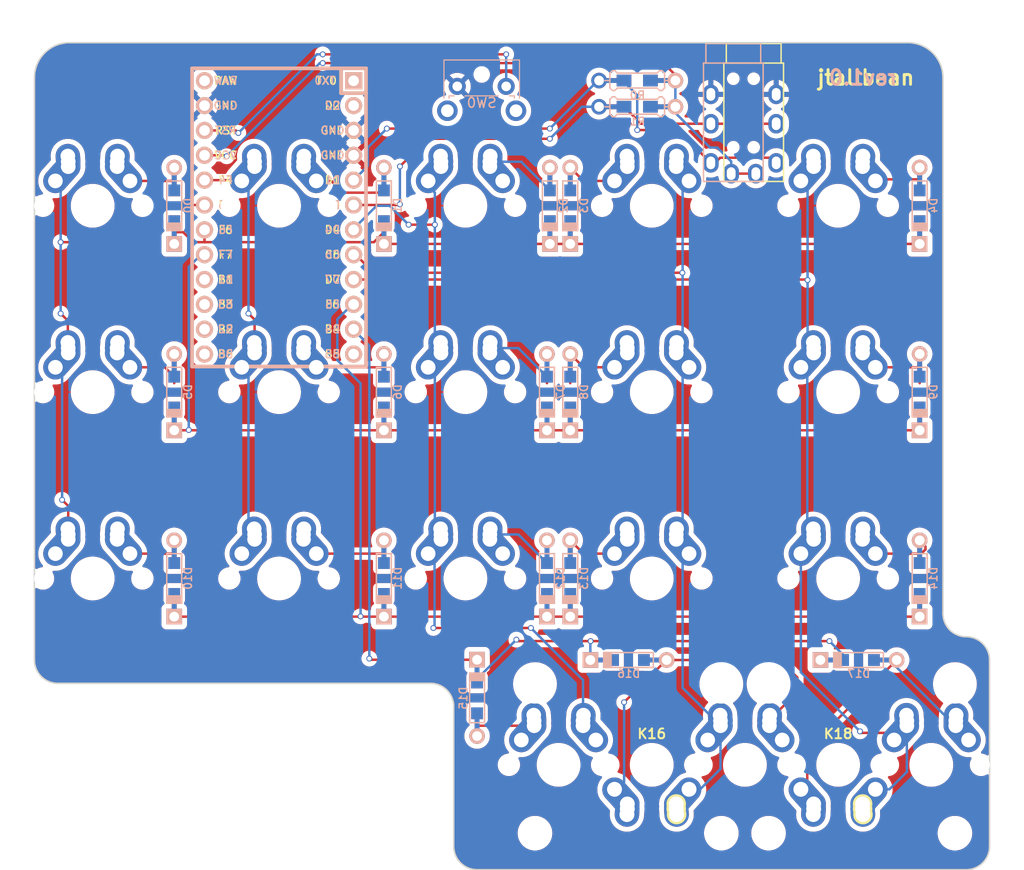
<source format=kicad_pcb>
(kicad_pcb (version 20221018) (generator pcbnew)
  (title_block (title "split_steno") (date "2018-02-28") (rev "1.0") (company "jtallbean"))
  (layers (0 "F.Cu" signal) (31 "B.Cu" signal) (34 "B.Paste" user) (35 "F.Paste" user) (36 "B.SilkS" user "B.Silkscreen") (37 "F.SilkS" user "F.Silkscreen") (38 "B.Mask" user) (39 "F.Mask" user) (44 "Edge.Cuts" user))
  (net 0 "")
  (net 1 "Net-(D0-Pad2)")
  (net 2 "Net-(D1-Pad2)")
  (net 3 "Net-(D2-Pad2)")
  (net 4 "Net-(D3-Pad2)")
  (net 5 "Net-(D4-Pad2)")
  (net 6 "Net-(D5-Pad2)")
  (net 7 "Net-(D6-Pad2)")
  (net 8 "Net-(D7-Pad2)")
  (net 9 "Net-(D8-Pad2)")
  (net 10 "Net-(D9-Pad2)")
  (net 11 "Net-(D10-Pad2)")
  (net 12 "Net-(D11-Pad2)")
  (net 13 "Net-(D12-Pad2)")
  (net 14 "Net-(D13-Pad2)")
  (net 15 "Net-(D14-Pad2)")
  (net 16 "Net-(D15-Pad2)")
  (net 17 "Net-(D16-Pad2)")
  (net 18 "Net-(D17-Pad2)")
  (net 19 "VCC")
  (net 20 "GND")
  (net 21 "/r0")
  (net 22 "/r1")
  (net 23 "/r2")
  (net 24 "/r3")
  (net 25 "/d0")
  (net 26 "/d1")
  (net 27 "/c0")
  (net 28 "/c1")
  (net 29 "/c2")
  (net 30 "/c3")
  (net 31 "/c4")
  (net 32 "Net-(SW0-Pad1)")
  (net 33 "Net-(U0-Pad2)")
  (net 34 "Net-(U0-Pad13)")
  (net 35 "Net-(U0-Pad14)")
  (net 36 "Net-(U0-Pad15)")
  (net 37 "Net-(U0-Pad16)")
  (net 38 "Net-(U0-Pad24)")
  (net 39 "Net-(U0-Pad1)")
  (net 40 "Net-(U0-Pad12)")
  (footprint "lib_fp:TRRS-PJ-320A" (layer "F.Cu") (at 174.724965 73.521408)
    (fp_text reference "J0")
    (fp_text value "TRRS")
  )
  (footprint "lib_fp:Hybrid_PCB_100H_Dual_hole" (layer "F.Cu") (at 107.15625 88.10625)
    (fp_text reference "K0" hide)
    (fp_text value "KEYSW" hide)
  )
  (footprint "lib_fp:Hybrid_PCB_100H_Dual_hole" (layer "F.Cu") (at 126.20625 88.10625)
    (fp_text reference "K1" hide)
    (fp_text value "KEYSW" hide)
  )
  (footprint "lib_fp:Hybrid_PCB_100H_Dual_hole" (layer "F.Cu") (at 145.25625 88.10625)
    (fp_text reference "K2" hide)
    (fp_text value "KEYSW" hide)
  )
  (footprint "lib_fp:Hybrid_PCB_100H_Dual_hole" (layer "F.Cu") (at 164.30625 88.10625)
    (fp_text reference "K3" hide)
    (fp_text value "KEYSW" hide)
  )
  (footprint "lib_fp:Hybrid_PCB_100H_Dual_hole" (layer "F.Cu") (at 183.35625 88.10625)
    (fp_text reference "K4" hide)
    (fp_text value "KEYSW" hide)
  )
  (footprint "lib_fp:Hybrid_PCB_100H_Dual_hole" (layer "F.Cu") (at 107.15625 107.15625)
    (fp_text reference "K5" hide)
    (fp_text value "KEYSW" hide)
  )
  (footprint "lib_fp:Hybrid_PCB_100H_Dual_hole" (layer "F.Cu") (at 126.20625 107.15625)
    (fp_text reference "K6" hide)
    (fp_text value "KEYSW" hide)
  )
  (footprint "lib_fp:Hybrid_PCB_100H_Dual_hole" (layer "F.Cu") (at 145.25625 107.15625)
    (fp_text reference "K7" hide)
    (fp_text value "KEYSW" hide)
  )
  (footprint "lib_fp:Hybrid_PCB_100H_Dual_hole" (layer "F.Cu") (at 164.30625 107.15625)
    (fp_text reference "K8" hide)
    (fp_text value "KEYSW" hide)
  )
  (footprint "lib_fp:Hybrid_PCB_100H_Dual_hole" (layer "F.Cu") (at 183.35625 107.15625)
    (fp_text reference "K9" hide)
    (fp_text value "KEYSW" hide)
  )
  (footprint "lib_fp:Hybrid_PCB_100H_Dual_hole" (layer "F.Cu") (at 107.15625 126.20625)
    (fp_text reference "K10" hide)
    (fp_text value "KEYSW" hide)
  )
  (footprint "lib_fp:Hybrid_PCB_100H_Dual_hole" (layer "F.Cu") (at 126.20625 126.20625)
    (fp_text reference "K11" hide)
    (fp_text value "KEYSW" hide)
  )
  (footprint "lib_fp:Hybrid_PCB_100H_Dual_hole" (layer "F.Cu") (at 145.25625 126.20625)
    (fp_text reference "K12" hide)
    (fp_text value "KEYSW" hide)
  )
  (footprint "lib_fp:Hybrid_PCB_100H_Dual_hole" (layer "F.Cu") (at 164.30625 126.20625)
    (fp_text reference "K13" hide)
    (fp_text value "KEYSW" hide)
  )
  (footprint "lib_fp:Hybrid_PCB_100H_Dual_hole" (layer "F.Cu") (at 183.35625 126.20625)
    (fp_text reference "K14" hide)
    (fp_text value "KEYSW" hide)
  )
  (footprint "lib_fp:Hybrid_PCB_100H_Dual_hole" (layer "F.Cu") (at 154.78125 145.25625)
    (fp_text reference "K15" hide)
    (fp_text value "KEYSW" hide)
  )
  (footprint "lib_fp:Hybrid_PCB_200H-dual-nosilk" (layer "F.Cu") (at 164.30625 145.25625 180)
    (fp_text reference "K16")
    (fp_text value "KEYSW" hide)
  )
  (footprint "lib_fp:Hybrid_PCB_100H_Dual_hole" (layer "F.Cu") (at 173.83125 145.25625)
    (fp_text reference "K17" hide)
    (fp_text value "KEYSW" hide)
  )
  (footprint "lib_fp:Hybrid_PCB_200H-dual-nosilk" (layer "F.Cu") (at 183.35625 145.25625 180)
    (fp_text reference "K18")
    (fp_text value "KEYSW" hide)
  )
  (footprint "lib_fp:Hybrid_PCB_100H_Dual_hole" (layer "F.Cu") (at 192.88125 145.25625)
    (fp_text reference "K19" hide)
    (fp_text value "KEYSW" hide)
  )
  (footprint "Keebio-Parts:TRRS-PJ-320A" (layer "B.Cu") (at 172.641362 73.521408 180)
    (fp_text reference "REF**")
    (fp_text value "TRRS-PJ-320A")
  )
  (footprint "lib_fp:Diode-dual" (layer "B.Cu") (at 115.491118 88.106626 -90)
    (fp_text reference "D0")
    (fp_text value "D" hide)
  )
  (footprint "lib_fp:Diode-dual" (layer "B.Cu") (at 136.922459 88.106626 -90)
    (fp_text reference "D1")
    (fp_text value "D" hide)
  )
  (footprint "lib_fp:Diode-dual" (layer "B.Cu") (at 153.888938 88.106626 -90)
    (fp_text reference "D2")
    (fp_text value "D" hide)
  )
  (footprint "lib_fp:Diode-dual" (layer "B.Cu") (at 155.97254 88.106626 -90)
    (fp_text reference "D3")
    (fp_text value "D" hide)
  )
  (footprint "lib_fp:Diode-dual" (layer "B.Cu") (at 191.691443 88.106626 -90)
    (fp_text reference "D4")
    (fp_text value "D" hide)
  )
  (footprint "lib_fp:Diode-dual" (layer "B.Cu") (at 115.491118 107.156707 -90)
    (fp_text reference "D5")
    (fp_text value "D" hide)
  )
  (footprint "lib_fp:Diode-dual" (layer "B.Cu") (at 136.922459 107.156707 -90)
    (fp_text reference "D6")
    (fp_text value "D" hide)
  )
  (footprint "lib_fp:Diode-dual" (layer "B.Cu") (at 153.59128 107.156707 -90)
    (fp_text reference "D7")
    (fp_text value "D" hide)
  )
  (footprint "lib_fp:Diode-dual" (layer "B.Cu") (at 155.97254 107.156707 -90)
    (fp_text reference "D8")
    (fp_text value "D" hide)
  )
  (footprint "lib_fp:Diode-dual" (layer "B.Cu") (at 191.691443 107.156707 -90)
    (fp_text reference "D9")
    (fp_text value "D" hide)
  )
  (footprint "lib_fp:Diode-dual" (layer "B.Cu") (at 115.491118 126.206788 -90)
    (fp_text reference "D10")
    (fp_text value "D" hide)
  )
  (footprint "lib_fp:Diode-dual" (layer "B.Cu") (at 136.922459 126.206788 -90)
    (fp_text reference "D11")
    (fp_text value "D" hide)
  )
  (footprint "lib_fp:Diode-dual" (layer "B.Cu") (at 153.59128 126.206788 -90)
    (fp_text reference "D12")
    (fp_text value "D" hide)
  )
  (footprint "lib_fp:Diode-dual" (layer "B.Cu") (at 155.97254 126.206788 -90)
    (fp_text reference "D13")
    (fp_text value "D" hide)
  )
  (footprint "lib_fp:Diode-dual" (layer "B.Cu") (at 191.691443 126.206788 -90)
    (fp_text reference "D14")
    (fp_text value "D" hide)
  )
  (footprint "lib_fp:Diode-dual" (layer "B.Cu") (at 146.4475 138.410747 90)
    (fp_text reference "D15")
    (fp_text value "D" hide)
  )
  (footprint "lib_fp:Diode-dual" (layer "B.Cu") (at 161.925691 134.541199 180)
    (fp_text reference "D16")
    (fp_text value "D" hide)
  )
  (footprint "lib_fp:Diode-dual" (layer "B.Cu") (at 185.440635 134.541199 180)
    (fp_text reference "D17")
    (fp_text value "D" hide)
  )
  (footprint "lib_fp:Resistor-Hybrid" (layer "B.Cu") (at 162.818663 77.98627 180)
    (fp_text reference "R1")
    (fp_text value "4.7k" hide)
  )
  (footprint "lib_fp:Resistor-Hybrid" (layer "B.Cu") (at 162.818663 75.307353 180)
    (fp_text reference "R0")
    (fp_text value "4.7k" hide)
  )
  (footprint "lib_fp:SW_Tactile_SPST_Angled_MJTP1117" (layer "B.Cu") (at 149.424075 75.902668 180)
    (fp_text reference "SW0")
    (fp_text value "SW_PUSH")
  )
  (footprint "lib_fp:ArduinoProMicro" (layer "B.Cu") (at 126.206788 89.297256 -90)
    (fp_text reference "U0" hide)
    (fp_text value "ProMicro" hide)
  )
  (gr_arc (start 198.834375 153.590625) (mid 198.136923 155.274423) (end 196.453125 155.971875) (stroke (width 0.15)) (layer "Edge.Cuts"))
  (gr_line (start 103.584375 136.921875) (end 141.684375 136.921875) (stroke (width 0.15)) (layer "Edge.Cuts"))
  (gr_line (start 104.775 71.4375) (end 190.5 71.4375) (stroke (width 0.15)) (layer "Edge.Cuts"))
  (gr_arc (start 141.684375 136.921875) (mid 143.368173 137.619327) (end 144.065625 139.303125) (stroke (width 0.15)) (layer "Edge.Cuts"))
  (gr_arc (start 196.453125 132.159375) (mid 198.136923 132.856827) (end 198.834375 134.540625) (stroke (width 0.15)) (layer "Edge.Cuts"))
  (gr_line (start 198.834375 134.540625) (end 198.834375 153.590625) (stroke (width 0.15)) (layer "Edge.Cuts"))
  (gr_arc (start 196.453125 132.159375) (mid 194.769327 131.461923) (end 194.071875 129.778125) (stroke (width 0.15)) (layer "Edge.Cuts"))
  (gr_arc (start 103.584375 136.921875) (mid 101.900577 136.224423) (end 101.203125 134.540625) (stroke (width 0.15)) (layer "Edge.Cuts"))
  (gr_line (start 101.203125 75.009375) (end 101.203125 134.540625) (stroke (width 0.15)) (layer "Edge.Cuts"))
  (gr_line (start 144.065625 139.303125) (end 144.065625 153.590625) (stroke (width 0.15)) (layer "Edge.Cuts"))
  (gr_line (start 194.071875 75.009375) (end 194.071875 129.778125) (stroke (width 0.15)) (layer "Edge.Cuts"))
  (gr_arc (start 146.446875 155.971875) (mid 144.763077 155.274423) (end 144.065625 153.590625) (stroke (width 0.15)) (layer "Edge.Cuts"))
  (gr_arc (start 101.203125 75.009375) (mid 102.249303 72.483678) (end 104.775 71.4375) (stroke (width 0.15)) (layer "Edge.Cuts"))
  (gr_line (start 146.446875 155.971875) (end 196.453125 155.971875) (stroke (width 0.15)) (layer "Edge.Cuts"))
  (gr_arc (start 190.5 71.4375) (mid 193.025697 72.483678) (end 194.071875 75.009375) (stroke (width 0.15)) (layer "Edge.Cuts"))
  (gr_text "rev1.0" (at 185.887121 75.009695) (layer "B.SilkS") (effects (font (size 1.5 1.5) (thickness 0.3)) (justify mirror)))
  (gr_text "jtallbean" (at 186.184779 75.009695) (layer "F.SilkS") (effects (font (size 1.5 1.5) (thickness 0.3))))
  (segment (start 115.331494 85.56625) (end 115.491118 85.406626) (width 0.25) (layer "F.Cu") (net 1))
  (segment (start 110.96625 85.56625) (end 115.331494 85.56625) (width 0.25) (layer "F.Cu") (net 1))
  (segment (start 131.554337 85.56625) (end 132.755254 86.767167) (width 0.25) (layer "F.Cu") (net 2))
  (segment (start 132.755254 86.767167) (end 136.686918 86.767167) (width 0.25) (layer "F.Cu") (net 2))
  (segment (start 136.686918 86.767167) (end 136.922459 86.531626) (width 0.25) (layer "F.Cu") (net 2))
  (segment (start 136.922459 86.531626) (end 136.922459 85.406626) (width 0.25) (layer "F.Cu") (net 2))
  (segment (start 130.01625 85.56625) (end 131.554337 85.56625) (width 0.25) (layer "F.Cu") (net 2))
  (segment (start 153.729314 85.56625) (end 153.888938 85.406626) (width 0.25) (layer "F.Cu") (net 3))
  (segment (start 150.963562 83.60625) (end 153.888938 86.531626) (width 0.25) (layer "B.Cu") (net 3))
  (segment (start 147.75625 83.60625) (end 150.963562 83.60625) (width 0.25) (layer "B.Cu") (net 3))
  (segment (start 160.336626 85.406626) (end 160.49625 85.56625) (width 0.25) (layer "F.Cu") (net 4))
  (segment (start 157.332164 85.56625) (end 155.97254 84.206626) (width 0.25) (layer "F.Cu") (net 4))
  (segment (start 155.97254 84.206626) (end 155.97254 85.406626) (width 0.25) (layer "F.Cu") (net 4))
  (segment (start 160.49625 85.56625) (end 157.332164 85.56625) (width 0.25) (layer "F.Cu") (net 4))
  (segment (start 187.325874 85.406626) (end 186.755498 84.83625) (width 0.25) (layer "F.Cu") (net 5))
  (segment (start 186.755498 84.83625) (end 186.51125 84.83625) (width 0.25) (layer "F.Cu") (net 5))
  (segment (start 186.51125 84.83625) (end 185.85625 84.10625) (width 0.25) (layer "F.Cu") (net 5))
  (segment (start 191.691443 85.406626) (end 187.325874 85.406626) (width 0.25) (layer "F.Cu") (net 5))
  (segment (start 115.491118 105.042652) (end 115.491118 106.242652) (width 0.25) (layer "F.Cu") (net 6))
  (segment (start 114.525661 104.61625) (end 115.491118 105.581707) (width 0.25) (layer "F.Cu") (net 6))
  (segment (start 115.491118 105.581707) (end 115.491118 104.456707) (width 0.25) (layer "F.Cu") (net 6))
  (segment (start 110.96625 104.61625) (end 114.525661 104.61625) (width 0.25) (layer "F.Cu") (net 6))
  (segment (start 136.762916 104.61625) (end 136.922459 104.456707) (width 0.25) (layer "F.Cu") (net 7))
  (segment (start 130.01625 104.61625) (end 136.762916 104.61625) (width 0.25) (layer "F.Cu") (net 7))
  (segment (start 153.59128 105.042652) (end 153.59128 106.242652) (width 0.25) (layer "F.Cu") (net 8))
  (segment (start 153.431737 104.61625) (end 153.59128 104.456707) (width 0.25) (layer "F.Cu") (net 8))
  (segment (start 150.665823 102.65625) (end 153.59128 105.581707) (width 0.25) (layer "B.Cu") (net 8))
  (segment (start 147.75625 102.65625) (end 150.665823 102.65625) (width 0.25) (layer "B.Cu") (net 8))
  (segment (start 155.97254 105.042652) (end 155.97254 106.242652) (width 0.25) (layer "F.Cu") (net 9))
  (segment (start 156.132083 104.61625) (end 155.97254 104.456707) (width 0.25) (layer "F.Cu") (net 9))
  (segment (start 157.332083 104.61625) (end 155.97254 103.256707) (width 0.25) (layer "F.Cu") (net 9))
  (segment (start 155.97254 103.256707) (end 155.97254 104.456707) (width 0.25) (layer "F.Cu") (net 9))
  (segment (start 160.49625 104.61625) (end 157.332083 104.61625) (width 0.25) (layer "F.Cu") (net 9))
  (segment (start 191.691443 105.042652) (end 191.691443 106.242652) (width 0.25) (layer "F.Cu") (net 10))
  (segment (start 191.5319 104.61625) (end 191.691443 104.456707) (width 0.25) (layer "F.Cu") (net 10))
  (segment (start 187.16625 104.61625) (end 191.5319 104.61625) (width 0.25) (layer "F.Cu") (net 10))
  (segment (start 115.331656 123.66625) (end 115.491118 123.506788) (width 0.25) (layer "F.Cu") (net 11))
  (segment (start 110.96625 123.66625) (end 115.331656 123.66625) (width 0.25) (layer "F.Cu") (net 11))
  (segment (start 136.762997 123.66625) (end 136.922459 123.506788) (width 0.25) (layer "F.Cu") (net 12))
  (segment (start 130.01625 123.66625) (end 136.762997 123.66625) (width 0.25) (layer "F.Cu") (net 12))
  (segment (start 153.431818 123.66625) (end 153.59128 123.506788) (width 0.25) (layer "F.Cu") (net 13))
  (segment (start 150.665742 121.70625) (end 153.59128 124.631788) (width 0.25) (layer "B.Cu") (net 13))
  (segment (start 147.75625 121.70625) (end 150.665742 121.70625) (width 0.25) (layer "B.Cu") (net 13))
  (segment (start 156.132002 123.66625) (end 155.97254 123.506788) (width 0.25) (layer "F.Cu") (net 14))
  (segment (start 157.332002 123.66625) (end 155.97254 122.306788) (width 0.25) (layer "F.Cu") (net 14))
  (segment (start 155.97254 122.306788) (end 155.97254 123.506788) (width 0.25) (layer "F.Cu") (net 14))
  (segment (start 160.49625 123.66625) (end 157.332002 123.66625) (width 0.25) (layer "F.Cu") (net 14))
  (segment (start 191.850721 123.66625) (end 192.286758 123.230213) (width 0.25) (layer "F.Cu") (net 15))
  (segment (start 192.286758 123.230213) (end 192.286758 122.932556) (width 0.25) (layer "F.Cu") (net 15))
  (segment (start 187.16625 123.66625) (end 191.850721 123.66625) (width 0.25) (layer "F.Cu") (net 15))
  (segment (start 146.593003 141.25625) (end 146.4475 141.110747) (width 0.25) (layer "F.Cu") (net 16))
  (segment (start 152.28125 141.25625) (end 146.593003 141.25625) (width 0.25) (layer "F.Cu") (net 16))
  (segment (start 165.825691 134.541199) (end 164.625691 134.541199) (width 0.25) (layer "F.Cu") (net 17))
  (segment (start 176.539009 140.46625) (end 179.189827 137.815432) (width 0.25) (layer "F.Cu") (net 17))
  (segment (start 179.189827 137.815432) (end 179.189827 136.327145) (width 0.25) (layer "F.Cu") (net 17))
  (segment (start 179.189827 136.327145) (end 177.403881 134.541199) (width 0.25) (layer "F.Cu") (net 17))
  (segment (start 177.403881 134.541199) (end 165.825691 134.541199) (width 0.25) (layer "F.Cu") (net 17))
  (segment (start 165.825691 134.541199) (end 164.625691 134.541199) (width 0.25) (layer "F.Cu") (net 17))
  (segment (start 161.479205 138.857233) (end 165.795239 134.541199) (width 0.25) (layer "F.Cu") (net 17))
  (segment (start 165.795239 134.541199) (end 165.825691 134.541199) (width 0.25) (layer "F.Cu") (net 17))
  (segment (start 165.825691 134.541199) (end 164.625691 134.541199) (width 0.25) (layer "F.Cu") (net 17))
  (segment (start 176.35125 140.46625) (end 176.539009 140.46625) (width 0.25) (layer "F.Cu") (net 17))
  (via (at 161.479205 138.857233) (size 0.6) (drill 0.4) (layers "F.Cu" "B.Cu") (net 17))
  (segment (start 160.76577 147.75625) (end 161.479205 147.042815) (width 0.25) (layer "B.Cu") (net 17))
  (segment (start 160.616941 147.75625) (end 161.479205 146.893986) (width 0.25) (layer "B.Cu") (net 17))
  (segment (start 161.479205 146.893986) (end 161.479205 138.857233) (width 0.25) (layer "B.Cu") (net 17))
  (segment (start 160.49625 147.75625) (end 160.616941 147.75625) (width 0.25) (layer "B.Cu") (net 17))
  (segment (start 160.49625 147.75625) (end 160.76577 147.75625) (width 0.25) (layer "B.Cu") (net 17))
  (segment (start 180.20125 143.680584) (end 189.340635 134.541199) (width 0.25) (layer "F.Cu") (net 18))
  (segment (start 189.340635 134.541199) (end 188.140635 134.541199) (width 0.25) (layer "F.Cu") (net 18))
  (segment (start 189.340635 134.541199) (end 188.140635 134.541199) (width 0.25) (layer "F.Cu") (net 18))
  (segment (start 180.20125 148.52625) (end 180.20125 143.680584) (width 0.25) (layer "F.Cu") (net 18))
  (segment (start 195.40125 140.46625) (end 195.265686 140.46625) (width 0.25) (layer "F.Cu") (net 18))
  (segment (start 189.340635 135.290635) (end 196.03625 141.98625) (width 0.25) (layer "B.Cu") (net 18))
  (segment (start 189.340635 134.541199) (end 189.340635 135.290635) (width 0.25) (layer "B.Cu") (net 18))
  (segment (start 120.749761 82.947256) (end 120.848953 83.046448) (width 0.25) (layer "F.Cu") (net 19))
  (segment (start 130.671651 73.521407) (end 165.497581 73.521407) (width 0.25) (layer "F.Cu") (net 19))
  (segment (start 165.497581 73.521407) (end 166.718663 74.742489) (width 0.25) (layer "F.Cu") (net 19))
  (segment (start 166.718663 74.742489) (end 166.718663 75.307353) (width 0.25) (layer "F.Cu") (net 19))
  (segment (start 166.718663 75.307353) (end 165.318663 75.307353) (width 0.25) (layer "F.Cu") (net 19))
  (segment (start 118.586788 82.947256) (end 120.749761 82.947256) (width 0.25) (layer "F.Cu") (net 19))
  (segment (start 172.424965 84.821408) (end 174.941362 84.821408) (width 0.25) (layer "F.Cu") (net 19))
  (via (at 120.848953 83.046448) (size 0.6) (drill 0.4) (layers "F.Cu" "B.Cu") (net 19))
  (via (at 130.671651 73.521407) (size 0.6) (drill 0.4) (layers "F.Cu" "B.Cu") (net 19))
  (segment (start 120.848953 83.046448) (end 130.373994 73.521407) (width 0.25) (layer "B.Cu") (net 19))
  (segment (start 130.373994 73.521407) (end 130.671651 73.521407) (width 0.25) (layer "B.Cu") (net 19))
  (segment (start 166.718663 78.612037) (end 170.260102 82.153476) (width 0.25) (layer "B.Cu") (net 19))
  (segment (start 170.260102 82.153476) (end 171.004246 82.153476) (width 0.25) (layer "B.Cu") (net 19))
  (segment (start 171.004246 82.153476) (end 172.424965 83.574195) (width 0.25) (layer "B.Cu") (net 19))
  (segment (start 172.424965 83.574195) (end 172.424965 84.821408) (width 0.25) (layer "B.Cu") (net 19))
  (segment (start 166.718663 77.98627) (end 166.718663 78.612037) (width 0.25) (layer "B.Cu") (net 19))
  (segment (start 166.718663 75.307353) (end 166.718663 77.98627) (width 0.25) (layer "B.Cu") (net 19))
  (segment (start 116.405172 90.806626) (end 117.425891 91.827345) (width 0.25) (layer "F.Cu") (net 21))
  (segment (start 117.425891 91.827345) (end 118.616522 91.827345) (width 0.25) (layer "F.Cu") (net 21))
  (segment (start 135.90174 91.827345) (end 136.922459 90.806626) (width 0.25) (layer "F.Cu") (net 21))
  (segment (start 118.586788 91.827345) (end 118.616522 91.827345) (width 0.25) (layer "F.Cu") (net 21))
  (segment (start 118.616522 91.827345) (end 135.90174 91.827345) (width 0.25) (layer "F.Cu") (net 21))
  (segment (start 191.691443 92.006626) (end 155.97254 92.006626) (width 0.25) (layer "F.Cu") (net 21))
  (segment (start 155.97254 92.006626) (end 153.888938 92.006626) (width 0.25) (layer "F.Cu") (net 21))
  (segment (start 153.888938 92.006626) (end 136.922459 92.006626) (width 0.25) (layer "F.Cu") (net 21))
  (segment (start 136.922459 92.006626) (end 136.922459 90.806626) (width 0.25) (layer "F.Cu") (net 21))
  (segment (start 115.491118 90.806626) (end 116.405172 90.806626) (width 0.25) (layer "F.Cu") (net 21))
  (segment (start 191.691443 90.806626) (end 191.691443 92.006626) (width 0.25) (layer "F.Cu") (net 21))
  (segment (start 118.586788 90.567256) (end 118.586788 91.827345) (width 0.25) (layer "F.Cu") (net 21))
  (segment (start 115.491118 111.056707) (end 116.979405 111.056707) (width 0.25) (layer "F.Cu") (net 22))
  (segment (start 136.922459 111.056707) (end 153.59128 111.056707) (width 0.25) (layer "F.Cu") (net 22))
  (segment (start 153.59128 111.056707) (end 153.59128 109.856707) (width 0.25) (layer "F.Cu") (net 22))
  (segment (start 153.59128 111.056707) (end 155.97254 111.056707) (width 0.25) (layer "F.Cu") (net 22))
  (segment (start 155.97254 111.056707) (end 191.691443 111.056707) (width 0.25) (layer "F.Cu") (net 22))
  (segment (start 191.691443 111.056707) (end 191.691443 109.856707) (width 0.25) (layer "F.Cu") (net 22))
  (segment (start 116.979405 111.026255) (end 116.979405 111.056707) (width 0.25) (layer "F.Cu") (net 22))
  (segment (start 116.979405 111.056707) (end 136.922459 111.056707) (width 0.25) (layer "F.Cu") (net 22))
  (segment (start 153.59128 109.856707) (end 153.59128 111.056707) (width 0.25) (layer "F.Cu") (net 22))
  (segment (start 115.491118 109.856707) (end 115.491118 111.056707) (width 0.25) (layer "F.Cu") (net 22))
  (via (at 116.979405 111.026255) (size 0.6) (drill 0.4) (layers "F.Cu" "B.Cu") (net 22))
  (segment (start 118.229583 93.107256) (end 116.979405 94.357434) (width 0.25) (layer "B.Cu") (net 22))
  (segment (start 116.979405 94.357434) (end 116.979405 111.026255) (width 0.25) (layer "B.Cu") (net 22))
  (segment (start 118.586788 93.107256) (end 118.229583 93.107256) (width 0.25) (layer "B.Cu") (net 22))
  (segment (start 118.586788 93.107256) (end 118.52724 93.107256) (width 0.25) (layer "B.Cu") (net 22))
  (segment (start 155.951458 128.885706) (end 155.97254 128.906788) (width 0.25) (layer "F.Cu") (net 23))
  (segment (start 191.691443 130.106788) (end 155.97254 130.106788) (width 0.25) (layer "F.Cu") (net 23))
  (segment (start 155.97254 130.106788) (end 155.97254 128.906788) (width 0.25) (layer "F.Cu") (net 23))
  (segment (start 115.491118 130.106788) (end 134.541199 130.106788) (width 0.25) (layer "F.Cu") (net 23))
  (segment (start 136.922459 130.106788) (end 136.922459 128.906788) (width 0.25) (layer "F.Cu") (net 23))
  (segment (start 136.922459 130.106788) (end 153.59128 130.106788) (width 0.25) (layer "F.Cu") (net 23))
  (segment (start 153.59128 130.106788) (end 153.59128 128.906788) (width 0.25) (layer "F.Cu") (net 23))
  (segment (start 153.59128 130.106788) (end 155.97254 130.106788) (width 0.25) (layer "F.Cu") (net 23))
  (segment (start 155.97254 130.106788) (end 155.97254 128.906788) (width 0.25) (layer "F.Cu") (net 23))
  (segment (start 134.541199 130.076336) (end 134.541199 130.106788) (width 0.25) (layer "F.Cu") (net 23))
  (segment (start 134.541199 130.106788) (end 136.922459 130.106788) (width 0.25) (layer "F.Cu") (net 23))
  (segment (start 115.491118 128.906788) (end 115.491118 130.106788) (width 0.25) (layer "F.Cu") (net 23))
  (segment (start 191.691443 128.906788) (end 191.691443 130.106788) (width 0.25) (layer "F.Cu") (net 23))
  (segment (start 153.59128 128.906788) (end 153.59128 130.106788) (width 0.25) (layer "F.Cu") (net 23))
  (segment (start 136.922459 128.906788) (end 136.922459 130.106788) (width 0.25) (layer "F.Cu") (net 23))
  (via (at 134.541199 130.076336) (size 0.6) (drill 0.4) (layers "F.Cu" "B.Cu") (net 23))
  (segment (start 133.687952 98.187256) (end 132.159939 99.715269) (width 0.25) (layer "B.Cu") (net 23))
  (segment (start 132.159939 99.715269) (end 132.159939 103.882475) (width 0.25) (layer "B.Cu") (net 23))
  (segment (start 132.159939 103.882475) (end 134.541199 106.263735) (width 0.25) (layer "B.Cu") (net 23))
  (segment (start 134.541199 106.263735) (end 134.541199 130.076336) (width 0.25) (layer "B.Cu") (net 23))
  (segment (start 133.826788 98.187256) (end 133.826788 98.494906) (width 0.25) (layer "B.Cu") (net 23))
  (segment (start 133.826788 98.187256) (end 133.687952 98.187256) (width 0.25) (layer "B.Cu") (net 23))
  (segment (start 133.826788 98.187256) (end 133.687952 98.187256) (width 0.25) (layer "B.Cu") (net 23))
  (segment (start 146.477952 134.541199) (end 146.4475 134.510747) (width 0.25) (layer "F.Cu") (net 24))
  (segment (start 146.4475 134.510747) (end 146.4475 135.710747) (width 0.25) (layer "F.Cu") (net 24))
  (segment (start 135.434172 134.39237) (end 135.552549 134.510747) (width 0.25) (layer "F.Cu") (net 24))
  (segment (start 135.552549 134.510747) (end 146.4475 134.510747) (width 0.25) (layer "F.Cu") (net 24))
  (segment (start 146.4475 134.510747) (end 146.4475 135.710747) (width 0.25) (layer "F.Cu") (net 24))
  (segment (start 160.586232 134.541199) (end 160.350691 134.541199) (width 0.25) (layer "F.Cu") (net 24))
  (segment (start 150.465876 132.457596) (end 150.614705 132.606425) (width 0.25) (layer "F.Cu") (net 24))
  (segment (start 150.614705 132.606425) (end 158.056143 132.606425) (width 0.25) (layer "F.Cu") (net 24))
  (segment (start 158.056143 132.606425) (end 182.46406 132.606425) (width 0.25) (layer "F.Cu") (net 24))
  (via (at 158.056143 132.606425) (size 0.6) (drill 0.4) (layers "F.Cu" "B.Cu") (net 24))
  (via (at 135.434172 134.39237) (size 0.6) (drill 0.4) (layers "F.Cu" "B.Cu") (net 24))
  (via (at 182.46406 132.606425) (size 0.6) (drill 0.4) (layers "F.Cu" "B.Cu") (net 24))
  (via (at 150.465876 132.457596) (size 0.6) (drill 0.4) (layers "F.Cu" "B.Cu") (net 24))
  (segment (start 133.826788 100.786803) (end 135.434172 102.394187) (width 0.25) (layer "B.Cu") (net 24))
  (segment (start 135.434172 102.394187) (end 135.434172 134.39237) (width 0.25) (layer "B.Cu") (net 24))
  (segment (start 146.626781 134.510747) (end 146.4475 134.510747) (width 0.25) (layer "B.Cu") (net 24))
  (segment (start 146.4475 136.475972) (end 150.465876 132.457596) (width 0.25) (layer "B.Cu") (net 24))
  (segment (start 182.46406 132.606425) (end 183.865635 134.008) (width 0.25) (layer "B.Cu") (net 24))
  (segment (start 183.865635 134.008) (end 183.865635 134.541199) (width 0.25) (layer "B.Cu") (net 24))
  (segment (start 158.025691 132.636877) (end 158.056143 132.606425) (width 0.25) (layer "B.Cu") (net 24))
  (segment (start 133.826788 100.727256) (end 133.826788 100.786803) (width 0.25) (layer "B.Cu") (net 24))
  (segment (start 146.4475 136.835747) (end 146.4475 136.475972) (width 0.25) (layer "B.Cu") (net 24))
  (segment (start 158.025691 134.541199) (end 158.025691 132.636877) (width 0.25) (layer "B.Cu") (net 24))
  (segment (start 158.651458 75.307353) (end 158.918663 75.307353) (width 0.25) (layer "F.Cu") (net 25))
  (segment (start 158.918663 75.307353) (end 160.318663 75.307353) (width 0.25) (layer "F.Cu") (net 25))
  (segment (start 162.818663 80.36753) (end 166.985869 80.36753) (width 0.25) (layer "F.Cu") (net 25))
  (segment (start 166.985869 80.36753) (end 170.339747 83.721408) (width 0.25) (layer "F.Cu") (net 25))
  (segment (start 170.339747 83.721408) (end 170.341362 83.721408) (width 0.25) (layer "F.Cu") (net 25))
  (segment (start 170.775772 83.721408) (end 171.301903 83.195277) (width 0.25) (layer "F.Cu") (net 25))
  (segment (start 171.301903 83.195277) (end 176.498834 83.195277) (width 0.25) (layer "F.Cu") (net 25))
  (segment (start 176.498834 83.195277) (end 177.024965 83.721408) (width 0.25) (layer "F.Cu") (net 25))
  (segment (start 153.888938 80.218702) (end 137.220117 80.218702) (width 0.25) (layer "F.Cu") (net 25))
  (segment (start 133.826788 85.487256) (end 134.183994 85.487256) (width 0.25) (layer "F.Cu") (net 25))
  (segment (start 170.341362 83.721408) (end 170.775772 83.721408) (width 0.25) (layer "F.Cu") (net 25))
  (via (at 153.888938 80.218702) (size 0.6) (drill 0.4) (layers "F.Cu" "B.Cu") (net 25))
  (via (at 137.220117 80.218702) (size 0.6) (drill 0.4) (layers "F.Cu" "B.Cu") (net 25))
  (via (at 162.818663 80.36753) (size 0.6) (drill 0.4) (layers "F.Cu" "B.Cu") (net 25))
  (segment (start 161.468663 75.44564) (end 162.818663 76.79564) (width 0.25) (layer "B.Cu") (net 25))
  (segment (start 162.818663 76.79564) (end 162.818663 80.36753) (width 0.25) (layer "B.Cu") (net 25))
  (segment (start 158.800287 75.307353) (end 153.888938 80.218702) (width 0.25) (layer "B.Cu") (net 25))
  (segment (start 137.220117 80.218702) (end 135.285343 82.153476) (width 0.25) (layer "B.Cu") (net 25))
  (segment (start 135.285343 82.153476) (end 135.285343 84.028701) (width 0.25) (layer "B.Cu") (net 25))
  (segment (start 135.285343 84.028701) (end 133.826788 85.487256) (width 0.25) (layer "B.Cu") (net 25))
  (segment (start 161.468663 75.307353) (end 161.468663 75.44564) (width 0.25) (layer "B.Cu") (net 25))
  (segment (start 158.918663 75.307353) (end 158.800287 75.307353) (width 0.25) (layer "B.Cu") (net 25))
  (segment (start 158.918663 77.98627) (end 160.318663 77.98627) (width 0.25) (layer "F.Cu") (net 26))
  (segment (start 133.826788 87.332749) (end 134.600665 88.106626) (width 0.25) (layer "F.Cu") (net 26))
  (segment (start 158.651458 77.98627) (end 160.318663 77.98627) (width 0.25) (layer "F.Cu") (net 26))
  (segment (start 161.479205 77.98627) (end 163.214343 79.721408) (width 0.25) (layer "F.Cu") (net 26))
  (segment (start 163.214343 79.721408) (end 170.341362 79.721408) (width 0.25) (layer "F.Cu") (net 26))
  (segment (start 153.888938 81.260503) (end 141.387322 81.260503) (width 0.25) (layer "F.Cu") (net 26))
  (segment (start 141.387322 81.260503) (end 138.559576 84.088249) (width 0.25) (layer "F.Cu") (net 26))
  (segment (start 138.559576 87.957797) (end 138.490117 88.027256) (width 0.25) (layer "F.Cu") (net 26))
  (segment (start 138.490117 88.027256) (end 133.826788 88.027256) (width 0.25) (layer "F.Cu") (net 26))
  (segment (start 170.341362 79.721408) (end 177.024965 79.721408) (width 0.25) (layer "F.Cu") (net 26))
  (segment (start 133.826788 88.027256) (end 134.025254 88.027256) (width 0.25) (layer "F.Cu") (net 26))
  (segment (start 133.826788 88.027256) (end 133.826788 87.332749) (width 0.25) (layer "F.Cu") (net 26))
  (segment (start 161.468663 77.98627) (end 161.479205 77.98627) (width 0.25) (layer "F.Cu") (net 26))
  (via (at 138.559576 84.088249) (size 0.6) (drill 0.4) (layers "F.Cu" "B.Cu") (net 26))
  (via (at 138.559576 87.957797) (size 0.6) (drill 0.4) (layers "F.Cu" "B.Cu") (net 26))
  (via (at 153.888938 81.260503) (size 0.6) (drill 0.4) (layers "F.Cu" "B.Cu") (net 26))
  (segment (start 157.163171 77.98627) (end 153.888938 81.260503) (width 0.25) (layer "B.Cu") (net 26))
  (segment (start 138.559576 84.088249) (end 138.559576 87.957797) (width 0.25) (layer "B.Cu") (net 26))
  (segment (start 158.918663 77.98627) (end 157.163171 77.98627) (width 0.25) (layer "B.Cu") (net 26))
  (segment (start 103.882474 99.119954) (end 104.61625 99.85373) (width 0.25) (layer "F.Cu") (net 27))
  (segment (start 104.61625 99.85373) (end 104.61625 102.07625) (width 0.25) (layer "F.Cu") (net 27))
  (segment (start 104.61625 102.07625) (end 104.65625 102.65625) (width 0.25) (layer "F.Cu") (net 27))
  (segment (start 104.031303 118.170035) (end 104.65625 118.794982) (width 0.25) (layer "F.Cu") (net 27))
  (segment (start 104.65625 118.794982) (end 104.65625 121.70625) (width 0.25) (layer "F.Cu") (net 27))
  (segment (start 104.65625 121.70625) (end 104.65625 122.20625) (width 0.25) (layer "F.Cu") (net 27))
  (segment (start 114.826344 88.027256) (end 111.026255 91.827345) (width 0.25) (layer "F.Cu") (net 27))
  (segment (start 111.026255 91.827345) (end 103.882474 91.827345) (width 0.25) (layer "F.Cu") (net 27))
  (segment (start 118.586788 88.027256) (end 114.826344 88.027256) (width 0.25) (layer "F.Cu") (net 27))
  (via (at 103.882474 99.119954) (size 0.6) (drill 0.4) (layers "F.Cu" "B.Cu") (net 27))
  (via (at 103.882474 91.827345) (size 0.6) (drill 0.4) (layers "F.Cu" "B.Cu") (net 27))
  (via (at 104.031303 118.170035) (size 0.6) (drill 0.4) (layers "F.Cu" "B.Cu") (net 27))
  (segment (start 103.34625 86.082114) (end 103.882474 86.618338) (width 0.25) (layer "B.Cu") (net 27))
  (segment (start 103.882474 86.618338) (end 103.882474 91.827345) (width 0.25) (layer "B.Cu") (net 27))
  (segment (start 103.34625 104.983367) (end 104.031303 105.66842) (width 0.25) (layer "B.Cu") (net 27))
  (segment (start 104.031303 105.66842) (end 104.031303 118.170035) (width 0.25) (layer "B.Cu") (net 27))
  (segment (start 103.882474 91.827345) (end 103.882474 99.119954) (width 0.25) (layer "B.Cu") (net 27))
  (segment (start 103.34625 85.56625) (end 103.34625 86.082114) (width 0.25) (layer "B.Cu") (net 27))
  (segment (start 103.34625 104.61625) (end 103.34625 104.983367) (width 0.25) (layer "B.Cu") (net 27))
  (segment (start 122.317256 85.487256) (end 122.39625 85.56625) (width 0.25) (layer "F.Cu") (net 28))
  (segment (start 123.081385 99.119954) (end 123.70625 99.744819) (width 0.25) (layer "F.Cu") (net 28))
  (segment (start 123.70625 99.744819) (end 123.70625 103.15625) (width 0.25) (layer "F.Cu") (net 28))
  (segment (start 118.586788 85.487256) (end 122.317256 85.487256) (width 0.25) (layer "F.Cu") (net 28))
  (via (at 123.081385 99.119954) (size 0.6) (drill 0.4) (layers "F.Cu" "B.Cu") (net 28))
  (segment (start 122.39625 85.933203) (end 123.081385 86.618338) (width 0.25) (layer "B.Cu") (net 28))
  (segment (start 123.081385 86.618338) (end 123.081385 99.119954) (width 0.25) (layer "B.Cu") (net 28))
  (segment (start 122.39625 104.834457) (end 123.081385 105.519592) (width 0.25) (layer "B.Cu") (net 28))
  (segment (start 123.68625 121.41625) (end 123.70625 122.20625) (width 0.25) (layer "B.Cu") (net 28))
  (segment (start 122.39625 104.983285) (end 123.081385 105.66842) (width 0.25) (layer "B.Cu") (net 28))
  (segment (start 123.081385 105.66842) (end 123.081385 122.906115) (width 0.25) (layer "B.Cu") (net 28))
  (segment (start 123.081385 122.906115) (end 123.68625 122.30125) (width 0.25) (layer "B.Cu") (net 28))
  (segment (start 123.68625 122.30125) (end 123.68625 121.41625) (width 0.25) (layer "B.Cu") (net 28))
  (segment (start 123.68625 121.41625) (end 123.70625 122.20625) (width 0.25) (layer "B.Cu") (net 28))
  (segment (start 122.39625 104.61625) (end 122.39625 104.834457) (width 0.25) (layer "B.Cu") (net 28))
  (segment (start 122.39625 85.56625) (end 122.39625 85.933203) (width 0.25) (layer "B.Cu") (net 28))
  (segment (start 122.39625 104.61625) (end 122.39625 104.983285) (width 0.25) (layer "B.Cu") (net 28))
  (segment (start 122.39625 104.61625) (end 122.39625 105.132113) (width 0.25) (layer "B.Cu") (net 28))
  (segment (start 142.75625 121.08625) (end 142.71625 121.12625) (width 0.25) (layer "F.Cu") (net 29))
  (segment (start 142.71625 121.12625) (end 142.75625 121.70625) (width 0.25) (layer "F.Cu") (net 29))
  (segment (start 142.75625 102.65625) (end 142.75625 103.15625) (width 0.25) (layer "F.Cu") (net 29))
  (segment (start 142.75625 102.65625) (end 142.75625 103.15625) (width 0.25) (layer "F.Cu") (net 29))
  (segment (start 139.452548 90.0414) (end 142.131466 90.0414) (width 0.25) (layer "F.Cu") (net 29))
  (segment (start 151.954164 131.266966) (end 141.982637 131.266966) (width 0.25) (layer "F.Cu") (net 29))
  (via (at 151.954164 131.266966) (size 0.6) (drill 0.4) (layers "F.Cu" "B.Cu") (net 29))
  (via (at 139.452548 90.0414) (size 0.6) (drill 0.4) (layers "F.Cu" "B.Cu") (net 29))
  (via (at 142.131466 90.0414) (size 0.6) (drill 0.4) (layers "F.Cu" "B.Cu") (net 29))
  (via (at 141.982637 131.266966) (size 0.6) (drill 0.4) (layers "F.Cu" "B.Cu") (net 29))
  (segment (start 142.75625 122.28125) (end 142.10125 122.93625) (width 0.25) (layer "B.Cu") (net 29))
  (segment (start 142.10125 122.93625) (end 142.75625 122.20625) (width 0.25) (layer "B.Cu") (net 29))
  (segment (start 141.44625 124.033285) (end 141.833808 124.420843) (width 0.25) (layer "B.Cu") (net 29))
  (segment (start 157.32125 140.17625) (end 157.28125 140.75625) (width 0.25) (layer "B.Cu") (net 29))
  (segment (start 142.10125 122.93625) (end 142.75625 122.20625) (width 0.25) (layer "B.Cu") (net 29))
  (segment (start 141.525782 104.61625) (end 142.131466 105.221934) (width 0.25) (layer "B.Cu") (net 29))
  (segment (start 141.674692 85.56625) (end 142.131466 86.023024) (width 0.25) (layer "B.Cu") (net 29))
  (segment (start 141.44625 86.081951) (end 142.131466 86.767167) (width 0.25) (layer "B.Cu") (net 29))
  (segment (start 142.131466 86.767167) (end 142.131466 90.0414) (width 0.25) (layer "B.Cu") (net 29))
  (segment (start 133.826788 90.458153) (end 136.178315 88.106626) (width 0.25) (layer "B.Cu") (net 29))
  (segment (start 136.178315 88.106626) (end 137.517774 88.106626) (width 0.25) (layer "B.Cu") (net 29))
  (segment (start 137.517774 88.106626) (end 139.452548 90.0414) (width 0.25) (layer "B.Cu") (net 29))
  (segment (start 141.44625 104.834375) (end 142.131466 105.519591) (width 0.25) (layer "B.Cu") (net 29))
  (segment (start 142.131466 105.519591) (end 142.131466 121.581466) (width 0.25) (layer "B.Cu") (net 29))
  (segment (start 142.131466 121.581466) (end 142.75625 122.20625) (width 0.25) (layer "B.Cu") (net 29))
  (segment (start 142.131466 102.531466) (end 142.75625 103.15625) (width 0.25) (layer "B.Cu") (net 29))
  (segment (start 157.28125 136.594052) (end 151.954164 131.266966) (width 0.25) (layer "B.Cu") (net 29))
  (segment (start 141.982637 131.266966) (end 142.10125 131.148353) (width 0.25) (layer "B.Cu") (net 29))
  (segment (start 142.10125 131.148353) (end 142.10125 122.93625) (width 0.25) (layer "B.Cu") (net 29))
  (segment (start 142.10125 122.93625) (end 142.75625 122.20625) (width 0.25) (layer "B.Cu") (net 29))
  (segment (start 142.131466 90.0414) (end 142.131466 102.531466) (width 0.25) (layer "B.Cu") (net 29))
  (segment (start 141.44625 85.56625) (end 141.674692 85.56625) (width 0.25) (layer "B.Cu") (net 29))
  (segment (start 133.826788 90.567256) (end 133.826788 90.458153) (width 0.25) (layer "B.Cu") (net 29))
  (segment (start 141.44625 123.66625) (end 141.44625 124.033285) (width 0.25) (layer "B.Cu") (net 29))
  (segment (start 141.44625 104.61625) (end 141.44625 104.834375) (width 0.25) (layer "B.Cu") (net 29))
  (segment (start 141.44625 85.56625) (end 141.44625 86.081951) (width 0.25) (layer "B.Cu") (net 29))
  (segment (start 141.44625 123.66625) (end 141.44625 124.479771) (width 0.25) (layer "B.Cu") (net 29))
  (segment (start 157.28125 140.75625) (end 157.28125 136.594052) (width 0.25) (layer "B.Cu") (net 29))
  (segment (start 133.826788 90.567256) (end 133.826788 90.160496) (width 0.25) (layer "B.Cu") (net 29))
  (segment (start 133.826788 90.567256) (end 133.826788 90.458154) (width 0.25) (layer "B.Cu") (net 29))
  (segment (start 141.44625 104.61625) (end 141.525782 104.61625) (width 0.25) (layer "B.Cu") (net 29))
  (segment (start 171.170831 141.25625) (end 171.33125 141.25625) (width 0.25) (layer "F.Cu") (net 30))
  (segment (start 134.035165 93.107256) (end 135.880658 94.952749) (width 0.25) (layer "F.Cu") (net 30))
  (segment (start 135.880658 94.952749) (end 167.432355 94.952749) (width 0.25) (layer "F.Cu") (net 30))
  (segment (start 133.826788 93.107256) (end 134.035165 93.107256) (width 0.25) (layer "F.Cu") (net 30))
  (segment (start 133.826788 93.107256) (end 134.183994 93.107256) (width 0.25) (layer "F.Cu") (net 30))
  (via (at 167.432355 94.952749) (size 0.6) (drill 0.4) (layers "F.Cu" "B.Cu") (net 30))
  (segment (start 169.249009 147.75625) (end 171.33125 145.674009) (width 0.25) (layer "B.Cu") (net 30))
  (segment (start 171.33125 145.674009) (end 171.33125 141.25625) (width 0.25) (layer "B.Cu") (net 30))
  (segment (start 170.67625 141.98625) (end 171.33125 141.25625) (width 0.25) (layer "B.Cu") (net 30))
  (segment (start 167.46125 137.38625) (end 171.33125 141.25625) (width 0.25) (layer "B.Cu") (net 30))
  (segment (start 167.46125 102.00125) (end 167.46125 103.88625) (width 0.25) (layer "B.Cu") (net 30))
  (segment (start 167.432355 94.952749) (end 167.46125 94.952749) (width 0.25) (layer "B.Cu") (net 30))
  (segment (start 167.46125 94.952749) (end 167.46125 102.00125) (width 0.25) (layer "B.Cu") (net 30))
  (segment (start 167.46125 103.88625) (end 167.46125 122.93625) (width 0.25) (layer "B.Cu") (net 30))
  (segment (start 167.46125 84.83625) (end 167.46125 94.952749) (width 0.25) (layer "B.Cu") (net 30))
  (segment (start 167.46125 122.93625) (end 167.46125 137.38625) (width 0.25) (layer "B.Cu") (net 30))
  (segment (start 168.11625 147.75625) (end 169.249009 147.75625) (width 0.25) (layer "B.Cu") (net 30))
  (segment (start 185.589464 141.833808) (end 185.741906 141.98625) (width 0.25) (layer "F.Cu") (net 31))
  (segment (start 185.741906 141.98625) (end 189.72625 141.98625) (width 0.25) (layer "F.Cu") (net 31))
  (segment (start 189.72625 141.98625) (end 190.38125 141.25625) (width 0.25) (layer "F.Cu") (net 31))
  (segment (start 180.85625 121.70625) (end 180.85625 122.20625) (width 0.25) (layer "F.Cu") (net 31))
  (segment (start 180.181991 95.647256) (end 180.231628 95.696893) (width 0.25) (layer "F.Cu") (net 31))
  (segment (start 133.826788 95.647256) (end 180.181991 95.647256) (width 0.25) (layer "F.Cu") (net 31))
  (via (at 180.231628 95.696893) (size 0.6) (drill 0.4) (layers "F.Cu" "B.Cu") (net 31))
  (via (at 185.589464 141.833808) (size 0.6) (drill 0.4) (layers "F.Cu" "B.Cu") (net 31))
  (segment (start 188.596748 147.75625) (end 190.38125 145.971748) (width 0.25) (layer "B.Cu") (net 31))
  (segment (start 190.38125 145.971748) (end 190.38125 141.25625) (width 0.25) (layer "B.Cu") (net 31))
  (segment (start 179.54625 135.790594) (end 185.589464 141.833808) (width 0.25) (layer "B.Cu") (net 31))
  (segment (start 179.625945 104.61625) (end 180.231628 105.221933) (width 0.25) (layer "B.Cu") (net 31))
  (segment (start 179.54625 85.784131) (end 180.231628 86.469509) (width 0.25) (layer "B.Cu") (net 31))
  (segment (start 180.231628 86.469509) (end 180.231628 95.696893) (width 0.25) (layer "B.Cu") (net 31))
  (segment (start 179.54625 104.834213) (end 180.20125 105.489213) (width 0.25) (layer "B.Cu") (net 31))
  (segment (start 180.20125 105.489213) (end 180.20125 122.93625) (width 0.25) (layer "B.Cu") (net 31))
  (segment (start 180.20125 122.93625) (end 180.85625 122.20625) (width 0.25) (layer "B.Cu") (net 31))
  (segment (start 180.231628 102.531628) (end 180.85625 103.15625) (width 0.25) (layer "B.Cu") (net 31))
  (segment (start 179.54625 123.66625) (end 179.54625 135.790594) (width 0.25) (layer "B.Cu") (net 31))
  (segment (start 179.54625 104.61625) (end 179.54625 104.834213) (width 0.25) (layer "B.Cu") (net 31))
  (segment (start 180.231628 95.696893) (end 180.231628 102.531628) (width 0.25) (layer "B.Cu") (net 31))
  (segment (start 187.16625 147.75625) (end 188.596748 147.75625) (width 0.25) (layer "B.Cu") (net 31))
  (segment (start 179.54625 104.61625) (end 179.625945 104.61625) (width 0.25) (layer "B.Cu") (net 31))
  (segment (start 179.54625 85.56625) (end 179.54625 85.784131) (width 0.25) (layer "B.Cu") (net 31))
  (segment (start 121.781651 80.407256) (end 122.039583 80.665188) (width 0.25) (layer "F.Cu") (net 32))
  (segment (start 130.671651 72.628435) (end 149.424075 72.628435) (width 0.25) (layer "F.Cu") (net 32))
  (segment (start 118.586788 80.407256) (end 121.781651 80.407256) (width 0.25) (layer "F.Cu") (net 32))
  (via (at 130.671651 72.628435) (size 0.6) (drill 0.4) (layers "F.Cu" "B.Cu") (net 32))
  (via (at 149.424075 72.628435) (size 0.6) (drill 0.4) (layers "F.Cu" "B.Cu") (net 32))
  (via (at 122.039583 80.665188) (size 0.6) (drill 0.4) (layers "F.Cu" "B.Cu") (net 32))
  (segment (start 122.039583 80.665188) (end 130.076336 72.628435) (width 0.25) (layer "B.Cu") (net 32))
  (segment (start 130.076336 72.628435) (end 130.671651 72.628435) (width 0.25) (layer "B.Cu") (net 32))
  (segment (start 149.424075 72.628435) (end 149.424075 75.902668) (width 0.25) (layer "B.Cu") (net 32))
  (zone (net 20) (net_name "GND") (layer "F.Cu") (connect_pads (clearance 0.508)) (min_thickness 0.254) (fill yes (thermal_gap 0.508) (thermal_bridge_width 0.508))
    (polygon (pts (xy 194.071875 129.778125) (xy 196.453125 129.778125) (xy 196.453125 132.159375) (xy 198.834375 132.159375) (xy 198.834375 155.971875) (xy 144.065625 155.971875) (xy 144.065625 139.303125) (xy 141.684375 139.303125) (xy 141.684375 136.921875) (xy 101.203125 136.921875) (xy 101.203125 71.4375) (xy 194.071875 71.4375)))
  )
  (zone (net 20) (net_name "GND") (layer "B.Cu") (connect_pads (clearance 0.508)) (min_thickness 0.254) (fill yes (thermal_gap 0.508) (thermal_bridge_width 0.508))
    (polygon (pts (xy 194.071875 129.778125) (xy 196.453125 129.778125) (xy 196.453125 132.159375) (xy 198.834375 132.159375) (xy 198.834375 155.971875) (xy 144.065625 155.971875) (xy 144.065625 139.303125) (xy 141.684375 139.303125) (xy 141.684375 136.921875) (xy 101.203125 136.921875) (xy 101.203125 71.4375) (xy 194.071875 71.4375)))
  )
)
</source>
